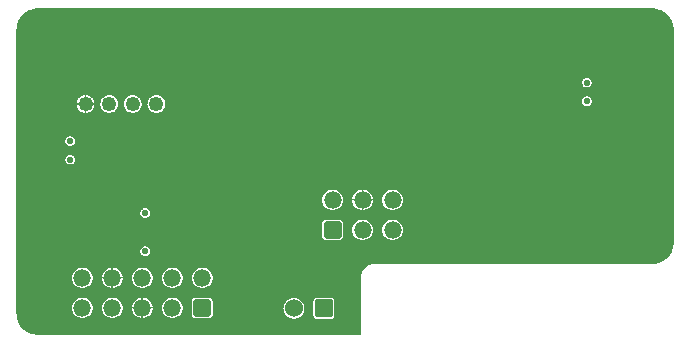
<source format=gbr>
%TF.GenerationSoftware,Altium Limited,Altium Designer,20.1.8 (145)*%
G04 Layer_Physical_Order=2*
G04 Layer_Color=36540*
%FSLAX45Y45*%
%MOMM*%
%TF.SameCoordinates,FD79255C-762C-4566-ADEE-39C3475191BA*%
%TF.FilePolarity,Positive*%
%TF.FileFunction,Copper,L2,Inr,Signal*%
%TF.Part,Single*%
G01*
G75*
%TA.AperFunction,ComponentPad*%
%ADD30C,1.50000*%
%ADD31C,1.25000*%
G04:AMPARAMS|DCode=32|XSize=1.5mm|YSize=1.45mm|CornerRadius=0.18125mm|HoleSize=0mm|Usage=FLASHONLY|Rotation=180.000|XOffset=0mm|YOffset=0mm|HoleType=Round|Shape=RoundedRectangle|*
%AMROUNDEDRECTD32*
21,1,1.50000,1.08750,0,0,180.0*
21,1,1.13750,1.45000,0,0,180.0*
1,1,0.36250,-0.56875,0.54375*
1,1,0.36250,0.56875,0.54375*
1,1,0.36250,0.56875,-0.54375*
1,1,0.36250,-0.56875,-0.54375*
%
%ADD32ROUNDEDRECTD32*%
%ADD33O,1.50000X1.45000*%
%TA.AperFunction,ViaPad*%
%ADD34C,3.60000*%
%TA.AperFunction,ComponentPad*%
%ADD35C,1.52400*%
G04:AMPARAMS|DCode=36|XSize=1.524mm|YSize=1.524mm|CornerRadius=0.1905mm|HoleSize=0mm|Usage=FLASHONLY|Rotation=180.000|XOffset=0mm|YOffset=0mm|HoleType=Round|Shape=RoundedRectangle|*
%AMROUNDEDRECTD36*
21,1,1.52400,1.14300,0,0,180.0*
21,1,1.14300,1.52400,0,0,180.0*
1,1,0.38100,-0.57150,0.57150*
1,1,0.38100,0.57150,0.57150*
1,1,0.38100,0.57150,-0.57150*
1,1,0.38100,-0.57150,-0.57150*
%
%ADD36ROUNDEDRECTD36*%
%TA.AperFunction,ViaPad*%
%ADD37C,0.56000*%
G36*
X200000Y2782065D02*
X5400001D01*
Y2782065D01*
X5417460Y2781291D01*
X5431639Y2779424D01*
X5447156Y2775984D01*
X5462315Y2771205D01*
X5476999Y2765122D01*
X5491097Y2757783D01*
X5504502Y2749243D01*
X5517112Y2739567D01*
X5528831Y2728829D01*
X5539569Y2717111D01*
X5549244Y2704501D01*
X5557784Y2691096D01*
X5565123Y2676998D01*
X5571206Y2662313D01*
X5575986Y2647155D01*
X5579426Y2631637D01*
X5581500Y2615879D01*
X5582162Y2600724D01*
X5582067Y2600000D01*
Y800000D01*
X5582162Y799276D01*
X5581500Y784121D01*
X5579426Y768363D01*
X5575986Y752845D01*
X5571206Y737686D01*
X5565123Y723002D01*
X5557784Y708903D01*
X5549244Y695498D01*
X5539568Y682888D01*
X5528830Y671170D01*
X5517112Y660432D01*
X5504502Y650756D01*
X5491097Y642216D01*
X5476998Y634877D01*
X5462314Y628794D01*
X5447155Y624015D01*
X5431638Y620575D01*
X5415879Y618500D01*
X5400725Y617838D01*
X5400000Y617934D01*
X3068580Y617933D01*
X3050800Y617966D01*
X3037592Y617225D01*
X3033595Y616545D01*
X3024550Y615008D01*
X3011838Y611346D01*
X2999617Y606284D01*
X2988038Y599885D01*
X2977250Y592230D01*
X2967386Y583415D01*
X2958571Y573551D01*
X2950916Y562762D01*
X2944517Y551184D01*
X2939454Y538962D01*
X2935792Y526250D01*
X2934255Y517206D01*
X2933575Y513209D01*
X2932834Y500000D01*
X2932867D01*
Y17933D01*
X200000D01*
X199276Y17838D01*
X184121Y18500D01*
X168363Y20574D01*
X152845Y24014D01*
X137686Y28794D01*
X123002Y34876D01*
X108903Y42216D01*
X95498Y50756D01*
X82888Y60432D01*
X71170Y71170D01*
X60432Y82888D01*
X50756Y95498D01*
X42216Y108903D01*
X34876Y123002D01*
X28794Y137686D01*
X24014Y152845D01*
X20574Y168363D01*
X18500Y184121D01*
X17846Y199100D01*
X17934Y199769D01*
X17933Y2600000D01*
X17838Y2600724D01*
X18500Y2615878D01*
X20574Y2631636D01*
X24014Y2647154D01*
X28794Y2662312D01*
X34876Y2676997D01*
X42216Y2691095D01*
X50756Y2704501D01*
X60432Y2717110D01*
X71170Y2728829D01*
X82888Y2739567D01*
X95498Y2749243D01*
X108903Y2757783D01*
X123002Y2765122D01*
X137686Y2771205D01*
X152845Y2775984D01*
X168363Y2779424D01*
X184121Y2781499D01*
X199276Y2782161D01*
X200000Y2782065D01*
D02*
G37*
%LPC*%
G36*
X4847818Y2194817D02*
X4839839Y2194031D01*
X4832167Y2191704D01*
X4825097Y2187925D01*
X4818899Y2182838D01*
X4813813Y2176641D01*
X4810034Y2169570D01*
X4807707Y2161899D01*
X4806921Y2153920D01*
X4807707Y2145941D01*
X4810034Y2138270D01*
X4813813Y2131199D01*
X4818899Y2125002D01*
X4825097Y2119915D01*
X4832167Y2116136D01*
X4839839Y2113809D01*
X4847818Y2113023D01*
X4855796Y2113809D01*
X4863468Y2116136D01*
X4870539Y2119915D01*
X4876736Y2125002D01*
X4881822Y2131199D01*
X4885601Y2138270D01*
X4887929Y2145941D01*
X4888714Y2153920D01*
X4887929Y2161899D01*
X4885601Y2169570D01*
X4881822Y2176641D01*
X4876736Y2182838D01*
X4870539Y2187925D01*
X4863468Y2191704D01*
X4855796Y2194031D01*
X4847818Y2194817D01*
D02*
G37*
G36*
X608990Y2048525D02*
Y1979930D01*
X677585D01*
X677357Y1983417D01*
X675433Y1993085D01*
X672265Y2002419D01*
X667905Y2011261D01*
X662428Y2019457D01*
X655928Y2026868D01*
X648517Y2033368D01*
X640321Y2038845D01*
X631479Y2043205D01*
X622145Y2046373D01*
X612477Y2048297D01*
X608990Y2048525D01*
D02*
G37*
G36*
X596290D02*
X592803Y2048297D01*
X583135Y2046373D01*
X573800Y2043205D01*
X564959Y2038845D01*
X556763Y2033368D01*
X549351Y2026868D01*
X542852Y2019457D01*
X537375Y2011261D01*
X533015Y2002419D01*
X529847Y1993085D01*
X527923Y1983417D01*
X527695Y1979930D01*
X596290D01*
Y2048525D01*
D02*
G37*
G36*
X4847818Y2037337D02*
X4839839Y2036551D01*
X4832167Y2034224D01*
X4825097Y2030445D01*
X4818899Y2025358D01*
X4813813Y2019161D01*
X4810034Y2012090D01*
X4807707Y2004419D01*
X4806921Y1996440D01*
X4807707Y1988461D01*
X4810034Y1980790D01*
X4813813Y1973719D01*
X4818899Y1967522D01*
X4825097Y1962435D01*
X4832167Y1958656D01*
X4839839Y1956329D01*
X4847818Y1955543D01*
X4855796Y1956329D01*
X4863468Y1958656D01*
X4870539Y1962435D01*
X4876736Y1967522D01*
X4881822Y1973719D01*
X4885601Y1980790D01*
X4887929Y1988461D01*
X4888714Y1996440D01*
X4887929Y2004419D01*
X4885601Y2012090D01*
X4881822Y2019161D01*
X4876736Y2025358D01*
X4870539Y2030445D01*
X4863468Y2034224D01*
X4855796Y2036551D01*
X4847818Y2037337D01*
D02*
G37*
G36*
X677585Y1967230D02*
X608990D01*
Y1898635D01*
X612477Y1898863D01*
X622145Y1900787D01*
X631479Y1903955D01*
X640321Y1908315D01*
X648517Y1913792D01*
X655928Y1920292D01*
X662428Y1927703D01*
X667905Y1935899D01*
X672265Y1944741D01*
X675433Y1954075D01*
X677357Y1963743D01*
X677585Y1967230D01*
D02*
G37*
G36*
X596290D02*
X527695D01*
X527923Y1963743D01*
X529847Y1954075D01*
X533015Y1944741D01*
X537375Y1935899D01*
X542852Y1927703D01*
X549351Y1920292D01*
X556763Y1913792D01*
X564959Y1908315D01*
X573800Y1903955D01*
X583135Y1900787D01*
X592803Y1898863D01*
X596290Y1898635D01*
Y1967230D01*
D02*
G37*
G36*
X1202640Y2048941D02*
X1192803Y2048297D01*
X1183135Y2046373D01*
X1173801Y2043205D01*
X1164959Y2038845D01*
X1156763Y2033368D01*
X1149352Y2026868D01*
X1142852Y2019457D01*
X1137375Y2011261D01*
X1133015Y2002419D01*
X1129847Y1993085D01*
X1127923Y1983417D01*
X1127279Y1973580D01*
X1127923Y1963743D01*
X1129847Y1954075D01*
X1133015Y1944741D01*
X1137375Y1935899D01*
X1142852Y1927703D01*
X1149352Y1920292D01*
X1156763Y1913792D01*
X1164959Y1908315D01*
X1173801Y1903955D01*
X1183135Y1900787D01*
X1192803Y1898863D01*
X1202640Y1898219D01*
X1212477Y1898863D01*
X1222145Y1900787D01*
X1231479Y1903955D01*
X1240321Y1908315D01*
X1248517Y1913792D01*
X1255928Y1920292D01*
X1262428Y1927703D01*
X1267905Y1935899D01*
X1272265Y1944741D01*
X1275433Y1954075D01*
X1277357Y1963743D01*
X1278001Y1973580D01*
X1277357Y1983417D01*
X1275433Y1993085D01*
X1272265Y2002419D01*
X1267905Y2011261D01*
X1262428Y2019457D01*
X1255928Y2026868D01*
X1248517Y2033368D01*
X1240321Y2038845D01*
X1231479Y2043205D01*
X1222145Y2046373D01*
X1212477Y2048297D01*
X1202640Y2048941D01*
D02*
G37*
G36*
X1002640D02*
X992803Y2048297D01*
X983135Y2046373D01*
X973800Y2043205D01*
X964959Y2038845D01*
X956763Y2033368D01*
X949351Y2026868D01*
X942852Y2019457D01*
X937375Y2011261D01*
X933015Y2002419D01*
X929847Y1993085D01*
X927923Y1983417D01*
X927279Y1973580D01*
X927923Y1963743D01*
X929847Y1954075D01*
X933015Y1944741D01*
X937375Y1935899D01*
X942852Y1927703D01*
X949351Y1920292D01*
X956763Y1913792D01*
X964959Y1908315D01*
X973800Y1903955D01*
X983135Y1900787D01*
X992803Y1898863D01*
X1002640Y1898219D01*
X1012477Y1898863D01*
X1022145Y1900787D01*
X1031479Y1903955D01*
X1040320Y1908315D01*
X1048517Y1913792D01*
X1055928Y1920292D01*
X1062428Y1927703D01*
X1067905Y1935899D01*
X1072265Y1944741D01*
X1075433Y1954075D01*
X1077356Y1963743D01*
X1078001Y1973580D01*
X1077356Y1983417D01*
X1075433Y1993085D01*
X1072265Y2002419D01*
X1067905Y2011261D01*
X1062428Y2019457D01*
X1055928Y2026868D01*
X1048517Y2033368D01*
X1040320Y2038845D01*
X1031479Y2043205D01*
X1022145Y2046373D01*
X1012477Y2048297D01*
X1002640Y2048941D01*
D02*
G37*
G36*
X802640D02*
X792803Y2048297D01*
X783135Y2046373D01*
X773801Y2043205D01*
X764959Y2038845D01*
X756763Y2033368D01*
X749352Y2026868D01*
X742852Y2019457D01*
X737375Y2011261D01*
X733015Y2002419D01*
X729847Y1993085D01*
X727923Y1983417D01*
X727279Y1973580D01*
X727923Y1963743D01*
X729847Y1954075D01*
X733015Y1944741D01*
X737375Y1935899D01*
X742852Y1927703D01*
X749352Y1920292D01*
X756763Y1913792D01*
X764959Y1908315D01*
X773801Y1903955D01*
X783135Y1900787D01*
X792803Y1898863D01*
X802640Y1898219D01*
X812477Y1898863D01*
X822145Y1900787D01*
X831479Y1903955D01*
X840321Y1908315D01*
X848517Y1913792D01*
X855928Y1920292D01*
X862428Y1927703D01*
X867905Y1935899D01*
X872265Y1944741D01*
X875433Y1954075D01*
X877357Y1963743D01*
X878001Y1973580D01*
X877357Y1983417D01*
X875433Y1993085D01*
X872265Y2002419D01*
X867905Y2011261D01*
X862428Y2019457D01*
X855928Y2026868D01*
X848517Y2033368D01*
X840321Y2038845D01*
X831479Y2043205D01*
X822145Y2046373D01*
X812477Y2048297D01*
X802640Y2048941D01*
D02*
G37*
G36*
X472782Y1699517D02*
X464804Y1698731D01*
X457132Y1696404D01*
X450061Y1692625D01*
X443864Y1687538D01*
X438778Y1681341D01*
X434999Y1674270D01*
X432671Y1666599D01*
X431886Y1658620D01*
X432671Y1650641D01*
X434999Y1642970D01*
X438778Y1635899D01*
X443864Y1629702D01*
X450061Y1624615D01*
X457132Y1620836D01*
X464804Y1618509D01*
X472782Y1617723D01*
X480761Y1618509D01*
X488433Y1620836D01*
X495503Y1624615D01*
X501701Y1629702D01*
X506787Y1635899D01*
X510566Y1642970D01*
X512893Y1650641D01*
X513679Y1658620D01*
X512893Y1666599D01*
X510566Y1674270D01*
X506787Y1681341D01*
X501701Y1687538D01*
X495503Y1692625D01*
X488433Y1696404D01*
X480761Y1698731D01*
X472782Y1699517D01*
D02*
G37*
G36*
Y1542037D02*
X464804Y1541251D01*
X457132Y1538924D01*
X450061Y1535145D01*
X443864Y1530058D01*
X438778Y1523861D01*
X434999Y1516790D01*
X432671Y1509119D01*
X431886Y1501140D01*
X432671Y1493161D01*
X434999Y1485490D01*
X438778Y1478419D01*
X443864Y1472222D01*
X450061Y1467135D01*
X457132Y1463356D01*
X464804Y1461029D01*
X472782Y1460243D01*
X480761Y1461029D01*
X488433Y1463356D01*
X495503Y1467135D01*
X501701Y1472222D01*
X506787Y1478419D01*
X510566Y1485490D01*
X512893Y1493161D01*
X513679Y1501140D01*
X512893Y1509119D01*
X510566Y1516790D01*
X506787Y1523861D01*
X501701Y1530058D01*
X495503Y1535145D01*
X488433Y1538924D01*
X480761Y1541251D01*
X472782Y1542037D01*
D02*
G37*
G36*
X2954149Y1247448D02*
Y1168667D01*
X3035265D01*
X3034951Y1173462D01*
X3032772Y1184416D01*
X3029182Y1194992D01*
X3024242Y1205009D01*
X3018037Y1214295D01*
X3010673Y1222692D01*
X3002276Y1230056D01*
X2992990Y1236261D01*
X2982973Y1241201D01*
X2972397Y1244791D01*
X2961443Y1246970D01*
X2954149Y1247448D01*
D02*
G37*
G36*
X2941449D02*
X2934154Y1246970D01*
X2923200Y1244791D01*
X2912624Y1241201D01*
X2902607Y1236261D01*
X2893321Y1230056D01*
X2884924Y1222692D01*
X2877560Y1214295D01*
X2871355Y1205009D01*
X2866415Y1194992D01*
X2862825Y1184416D01*
X2860647Y1173462D01*
X2860332Y1168667D01*
X2941449D01*
Y1247448D01*
D02*
G37*
G36*
X3035265Y1155967D02*
X2954149D01*
Y1077187D01*
X2961443Y1077665D01*
X2972397Y1079844D01*
X2982973Y1083434D01*
X2992990Y1088373D01*
X3002276Y1094578D01*
X3010673Y1101942D01*
X3018037Y1110339D01*
X3024242Y1119626D01*
X3029182Y1129643D01*
X3032772Y1140218D01*
X3034951Y1151172D01*
X3035265Y1155967D01*
D02*
G37*
G36*
X2941449D02*
X2860332D01*
X2860647Y1151172D01*
X2862825Y1140218D01*
X2866415Y1129643D01*
X2871355Y1119626D01*
X2877560Y1110339D01*
X2884924Y1101942D01*
X2893321Y1094578D01*
X2902607Y1088373D01*
X2912624Y1083434D01*
X2923200Y1079844D01*
X2934154Y1077665D01*
X2941449Y1077187D01*
Y1155967D01*
D02*
G37*
G36*
X3204299Y1247700D02*
X3199299D01*
X3188154Y1246970D01*
X3177200Y1244791D01*
X3166624Y1241201D01*
X3156607Y1236261D01*
X3147321Y1230056D01*
X3138924Y1222692D01*
X3131560Y1214295D01*
X3125355Y1205009D01*
X3120415Y1194992D01*
X3116825Y1184416D01*
X3114647Y1173462D01*
X3113916Y1162317D01*
X3114647Y1151173D01*
X3116825Y1140219D01*
X3120415Y1129643D01*
X3125355Y1119626D01*
X3131560Y1110340D01*
X3138924Y1101943D01*
X3147321Y1094579D01*
X3156607Y1088374D01*
X3166624Y1083434D01*
X3177200Y1079844D01*
X3188154Y1077665D01*
X3199299Y1076935D01*
X3204299D01*
X3215443Y1077665D01*
X3226397Y1079844D01*
X3236973Y1083434D01*
X3246990Y1088374D01*
X3256276Y1094579D01*
X3264673Y1101943D01*
X3272037Y1110340D01*
X3278242Y1119626D01*
X3283182Y1129643D01*
X3286772Y1140219D01*
X3288951Y1151173D01*
X3289682Y1162317D01*
X3288951Y1173462D01*
X3286772Y1184416D01*
X3283182Y1194992D01*
X3278242Y1205009D01*
X3272037Y1214295D01*
X3264673Y1222692D01*
X3256276Y1230056D01*
X3246990Y1236261D01*
X3236973Y1241201D01*
X3226397Y1244791D01*
X3215443Y1246970D01*
X3204299Y1247700D01*
D02*
G37*
G36*
X2696299D02*
X2691299D01*
X2680154Y1246970D01*
X2669200Y1244791D01*
X2658624Y1241201D01*
X2648607Y1236261D01*
X2639321Y1230056D01*
X2630924Y1222692D01*
X2623560Y1214295D01*
X2617355Y1205009D01*
X2612415Y1194992D01*
X2608825Y1184416D01*
X2606647Y1173462D01*
X2605916Y1162317D01*
X2606647Y1151173D01*
X2608825Y1140219D01*
X2612415Y1129643D01*
X2617355Y1119626D01*
X2623560Y1110340D01*
X2630924Y1101943D01*
X2639321Y1094579D01*
X2648607Y1088374D01*
X2658624Y1083434D01*
X2669200Y1079844D01*
X2680154Y1077665D01*
X2691299Y1076935D01*
X2696299D01*
X2707443Y1077665D01*
X2718397Y1079844D01*
X2728973Y1083434D01*
X2738990Y1088374D01*
X2748276Y1094579D01*
X2756673Y1101943D01*
X2764037Y1110340D01*
X2770242Y1119626D01*
X2775182Y1129643D01*
X2778772Y1140219D01*
X2780951Y1151173D01*
X2781682Y1162317D01*
X2780951Y1173462D01*
X2778772Y1184416D01*
X2775182Y1194992D01*
X2770242Y1205009D01*
X2764037Y1214295D01*
X2756673Y1222692D01*
X2748276Y1230056D01*
X2738990Y1236261D01*
X2728973Y1241201D01*
X2718397Y1244791D01*
X2707443Y1246970D01*
X2696299Y1247700D01*
D02*
G37*
G36*
X1108204Y1090803D02*
X1100226Y1090017D01*
X1092554Y1087690D01*
X1085483Y1083910D01*
X1079286Y1078824D01*
X1074200Y1072627D01*
X1070421Y1065556D01*
X1068093Y1057885D01*
X1067307Y1049906D01*
X1068093Y1041927D01*
X1070421Y1034255D01*
X1074200Y1027185D01*
X1079286Y1020988D01*
X1085483Y1015901D01*
X1092554Y1012122D01*
X1100226Y1009795D01*
X1108204Y1009009D01*
X1116183Y1009795D01*
X1123855Y1012122D01*
X1130925Y1015901D01*
X1137123Y1020988D01*
X1142209Y1027185D01*
X1145988Y1034255D01*
X1148315Y1041927D01*
X1149101Y1049906D01*
X1148315Y1057885D01*
X1145988Y1065556D01*
X1142209Y1072627D01*
X1137123Y1078824D01*
X1130925Y1083910D01*
X1123855Y1087690D01*
X1116183Y1090017D01*
X1108204Y1090803D01*
D02*
G37*
G36*
X2750674Y993667D02*
X2636924D01*
X2630881Y993071D01*
X2625071Y991309D01*
X2619716Y988447D01*
X2615022Y984594D01*
X2611170Y979901D01*
X2608308Y974546D01*
X2606545Y968735D01*
X2605950Y962693D01*
Y853942D01*
X2606545Y847900D01*
X2608308Y842089D01*
X2611170Y836734D01*
X2615022Y832041D01*
X2619716Y828188D01*
X2625071Y825326D01*
X2630881Y823564D01*
X2636924Y822968D01*
X2750674D01*
X2756716Y823564D01*
X2762527Y825326D01*
X2767882Y828188D01*
X2772576Y832041D01*
X2776428Y836734D01*
X2779290Y842089D01*
X2781053Y847900D01*
X2781648Y853942D01*
Y962693D01*
X2781053Y968735D01*
X2779290Y974546D01*
X2776428Y979901D01*
X2772576Y984594D01*
X2767882Y988447D01*
X2762527Y991309D01*
X2756716Y993071D01*
X2750674Y993667D01*
D02*
G37*
G36*
X2950299Y993701D02*
X2945299D01*
X2934154Y992970D01*
X2923200Y990791D01*
X2912624Y987201D01*
X2902607Y982261D01*
X2893321Y976056D01*
X2884924Y968693D01*
X2877560Y960296D01*
X2871355Y951009D01*
X2866415Y940992D01*
X2862825Y930416D01*
X2860647Y919462D01*
X2859916Y908318D01*
X2860647Y897173D01*
X2862825Y886219D01*
X2866415Y875643D01*
X2871355Y865626D01*
X2877560Y856340D01*
X2884924Y847943D01*
X2893321Y840579D01*
X2902607Y834374D01*
X2912624Y829434D01*
X2923200Y825844D01*
X2934154Y823665D01*
X2945299Y822935D01*
X2950299D01*
X2961443Y823665D01*
X2972397Y825844D01*
X2982973Y829434D01*
X2992990Y834374D01*
X3002276Y840579D01*
X3010673Y847943D01*
X3018037Y856340D01*
X3024242Y865626D01*
X3029182Y875643D01*
X3032772Y886219D01*
X3034951Y897173D01*
X3035682Y908318D01*
X3034951Y919462D01*
X3032772Y930416D01*
X3029182Y940992D01*
X3024242Y951009D01*
X3018037Y960296D01*
X3010673Y968693D01*
X3002276Y976056D01*
X2992990Y982261D01*
X2982973Y987201D01*
X2972397Y990791D01*
X2961443Y992970D01*
X2950299Y993701D01*
D02*
G37*
G36*
X3204299Y993700D02*
X3199299D01*
X3188154Y992970D01*
X3177200Y990791D01*
X3166624Y987201D01*
X3156607Y982261D01*
X3147321Y976056D01*
X3138924Y968692D01*
X3131560Y960295D01*
X3125355Y951009D01*
X3120415Y940992D01*
X3116825Y930416D01*
X3114647Y919462D01*
X3113916Y908317D01*
X3114647Y897173D01*
X3116825Y886219D01*
X3120415Y875643D01*
X3125355Y865626D01*
X3131560Y856340D01*
X3138924Y847943D01*
X3147321Y840579D01*
X3156607Y834374D01*
X3166624Y829434D01*
X3177200Y825844D01*
X3188154Y823665D01*
X3199299Y822935D01*
X3204299D01*
X3215443Y823665D01*
X3226397Y825844D01*
X3236973Y829434D01*
X3246990Y834374D01*
X3256276Y840579D01*
X3264673Y847943D01*
X3272037Y856340D01*
X3278242Y865626D01*
X3283182Y875643D01*
X3286772Y886219D01*
X3288951Y897173D01*
X3289682Y908317D01*
X3288951Y919462D01*
X3286772Y930416D01*
X3283182Y940992D01*
X3278242Y951009D01*
X3272037Y960295D01*
X3264673Y968692D01*
X3256276Y976056D01*
X3246990Y982261D01*
X3236973Y987201D01*
X3226397Y990791D01*
X3215443Y992970D01*
X3204299Y993700D01*
D02*
G37*
G36*
X1108204Y766671D02*
X1100226Y765885D01*
X1092554Y763558D01*
X1085483Y759779D01*
X1079286Y754693D01*
X1074200Y748496D01*
X1070421Y741425D01*
X1068093Y733753D01*
X1067307Y725775D01*
X1068093Y717796D01*
X1070421Y710124D01*
X1074200Y703053D01*
X1079286Y696856D01*
X1085483Y691770D01*
X1092554Y687991D01*
X1100226Y685664D01*
X1108204Y684878D01*
X1116183Y685664D01*
X1123855Y687991D01*
X1130925Y691770D01*
X1137123Y696856D01*
X1142209Y703053D01*
X1145988Y710124D01*
X1148315Y717796D01*
X1149101Y725775D01*
X1148315Y733753D01*
X1145988Y741425D01*
X1142209Y748496D01*
X1137123Y754693D01*
X1130925Y759779D01*
X1123855Y763558D01*
X1116183Y765885D01*
X1108204Y766671D01*
D02*
G37*
G36*
X835154Y586590D02*
Y507810D01*
X916271D01*
X915957Y512605D01*
X913778Y523559D01*
X910188Y534135D01*
X905248Y544151D01*
X899043Y553438D01*
X891679Y561835D01*
X883282Y569199D01*
X873996Y575404D01*
X863979Y580344D01*
X853403Y583934D01*
X842449Y586112D01*
X835154Y586590D01*
D02*
G37*
G36*
X822454D02*
X815160Y586112D01*
X804206Y583934D01*
X793630Y580344D01*
X783613Y575404D01*
X774327Y569199D01*
X765930Y561835D01*
X758566Y553438D01*
X752361Y544151D01*
X747421Y534135D01*
X743831Y523559D01*
X741652Y512605D01*
X741338Y507810D01*
X822454D01*
Y586590D01*
D02*
G37*
G36*
X916271Y495110D02*
X835154D01*
Y416330D01*
X842449Y416808D01*
X853403Y418986D01*
X863979Y422576D01*
X873996Y427516D01*
X883282Y433721D01*
X891679Y441085D01*
X899043Y449482D01*
X905248Y458769D01*
X910188Y468785D01*
X913778Y479361D01*
X915957Y490315D01*
X916271Y495110D01*
D02*
G37*
G36*
X822454D02*
X741338D01*
X741652Y490315D01*
X743831Y479361D01*
X747421Y468785D01*
X752361Y458769D01*
X758566Y449482D01*
X765930Y441085D01*
X774327Y433721D01*
X783613Y427516D01*
X793630Y422576D01*
X804206Y418986D01*
X815160Y416808D01*
X822454Y416330D01*
Y495110D01*
D02*
G37*
G36*
X1593304Y586843D02*
X1588304D01*
X1577160Y586112D01*
X1566206Y583934D01*
X1555630Y580344D01*
X1545613Y575404D01*
X1536327Y569199D01*
X1527930Y561835D01*
X1520566Y553438D01*
X1514361Y544151D01*
X1509421Y534135D01*
X1505831Y523559D01*
X1503652Y512605D01*
X1502922Y501460D01*
X1503652Y490315D01*
X1505831Y479361D01*
X1509421Y468785D01*
X1514361Y458769D01*
X1520566Y449482D01*
X1527930Y441085D01*
X1536327Y433721D01*
X1545613Y427516D01*
X1555630Y422576D01*
X1566206Y418986D01*
X1577160Y416808D01*
X1588304Y416077D01*
X1593304D01*
X1604449Y416808D01*
X1615403Y418986D01*
X1625979Y422576D01*
X1635996Y427516D01*
X1645282Y433721D01*
X1653679Y441085D01*
X1661043Y449482D01*
X1667248Y458769D01*
X1672188Y468785D01*
X1675778Y479361D01*
X1677957Y490315D01*
X1678687Y501460D01*
X1677957Y512605D01*
X1675778Y523559D01*
X1672188Y534135D01*
X1667248Y544151D01*
X1661043Y553438D01*
X1653679Y561835D01*
X1645282Y569199D01*
X1635996Y575404D01*
X1625979Y580344D01*
X1615403Y583934D01*
X1604449Y586112D01*
X1593304Y586843D01*
D02*
G37*
G36*
X1339304D02*
X1334304D01*
X1323160Y586112D01*
X1312206Y583934D01*
X1301630Y580344D01*
X1291613Y575404D01*
X1282327Y569199D01*
X1273930Y561835D01*
X1266566Y553438D01*
X1260361Y544151D01*
X1255421Y534135D01*
X1251831Y523559D01*
X1249652Y512605D01*
X1248922Y501460D01*
X1249652Y490315D01*
X1251831Y479361D01*
X1255421Y468785D01*
X1260361Y458769D01*
X1266566Y449482D01*
X1273930Y441085D01*
X1282327Y433721D01*
X1291613Y427516D01*
X1301630Y422576D01*
X1312206Y418986D01*
X1323160Y416808D01*
X1334304Y416077D01*
X1339304D01*
X1350449Y416808D01*
X1361403Y418986D01*
X1371979Y422576D01*
X1381996Y427516D01*
X1391282Y433721D01*
X1399679Y441085D01*
X1407043Y449482D01*
X1413248Y458769D01*
X1418188Y468785D01*
X1421778Y479361D01*
X1423957Y490315D01*
X1424687Y501460D01*
X1423957Y512605D01*
X1421778Y523559D01*
X1418188Y534135D01*
X1413248Y544151D01*
X1407043Y553438D01*
X1399679Y561835D01*
X1391282Y569199D01*
X1381996Y575404D01*
X1371979Y580344D01*
X1361403Y583934D01*
X1350449Y586112D01*
X1339304Y586843D01*
D02*
G37*
G36*
X1085304D02*
X1080304D01*
X1069160Y586112D01*
X1058206Y583934D01*
X1047630Y580344D01*
X1037613Y575404D01*
X1028327Y569199D01*
X1019930Y561835D01*
X1012566Y553438D01*
X1006361Y544151D01*
X1001421Y534135D01*
X997831Y523559D01*
X995652Y512605D01*
X994922Y501460D01*
X995652Y490315D01*
X997831Y479361D01*
X1001421Y468785D01*
X1006361Y458769D01*
X1012566Y449482D01*
X1019930Y441085D01*
X1028327Y433721D01*
X1037613Y427516D01*
X1047630Y422576D01*
X1058206Y418986D01*
X1069160Y416808D01*
X1080304Y416077D01*
X1085304D01*
X1096449Y416808D01*
X1107403Y418986D01*
X1117979Y422576D01*
X1127996Y427516D01*
X1137282Y433721D01*
X1145679Y441085D01*
X1153043Y449482D01*
X1159248Y458769D01*
X1164188Y468785D01*
X1167778Y479361D01*
X1169957Y490315D01*
X1170687Y501460D01*
X1169957Y512605D01*
X1167778Y523559D01*
X1164188Y534135D01*
X1159248Y544151D01*
X1153043Y553438D01*
X1145679Y561835D01*
X1137282Y569199D01*
X1127996Y575404D01*
X1117979Y580344D01*
X1107403Y583934D01*
X1096449Y586112D01*
X1085304Y586843D01*
D02*
G37*
G36*
X577304D02*
X572304D01*
X561160Y586112D01*
X550206Y583934D01*
X539630Y580344D01*
X529613Y575404D01*
X520327Y569199D01*
X511930Y561835D01*
X504566Y553438D01*
X498361Y544151D01*
X493421Y534135D01*
X489831Y523559D01*
X487652Y512605D01*
X486922Y501460D01*
X487652Y490315D01*
X489831Y479361D01*
X493421Y468785D01*
X498361Y458769D01*
X504566Y449482D01*
X511930Y441085D01*
X520327Y433721D01*
X529613Y427516D01*
X539630Y422576D01*
X550206Y418986D01*
X561160Y416808D01*
X572304Y416077D01*
X577304D01*
X588449Y416808D01*
X599403Y418986D01*
X609979Y422576D01*
X619996Y427516D01*
X629282Y433721D01*
X637679Y441085D01*
X645043Y449482D01*
X651248Y458769D01*
X656188Y468785D01*
X659778Y479361D01*
X661957Y490315D01*
X662687Y501460D01*
X661957Y512605D01*
X659778Y523559D01*
X656188Y534135D01*
X651248Y544151D01*
X645043Y553438D01*
X637679Y561835D01*
X629282Y569199D01*
X619996Y575404D01*
X609979Y580344D01*
X599403Y583934D01*
X588449Y586112D01*
X577304Y586843D01*
D02*
G37*
G36*
X1089154Y332590D02*
Y253810D01*
X1170271D01*
X1169957Y258605D01*
X1167778Y269559D01*
X1164188Y280135D01*
X1159248Y290151D01*
X1153043Y299438D01*
X1145679Y307835D01*
X1137282Y315199D01*
X1127996Y321404D01*
X1117979Y326344D01*
X1107403Y329934D01*
X1096449Y332112D01*
X1089154Y332590D01*
D02*
G37*
G36*
X1076454D02*
X1069160Y332112D01*
X1058206Y329934D01*
X1047630Y326344D01*
X1037613Y321404D01*
X1028327Y315199D01*
X1019930Y307835D01*
X1012566Y299438D01*
X1006361Y290151D01*
X1001421Y280135D01*
X997831Y269559D01*
X995652Y258605D01*
X995338Y253810D01*
X1076454D01*
Y332590D01*
D02*
G37*
G36*
X1170271Y241110D02*
X1089154D01*
Y162330D01*
X1096449Y162808D01*
X1107403Y164986D01*
X1117979Y168576D01*
X1127996Y173516D01*
X1137282Y179721D01*
X1145679Y187085D01*
X1153043Y195482D01*
X1159248Y204769D01*
X1164188Y214785D01*
X1167778Y225361D01*
X1169957Y236315D01*
X1170271Y241110D01*
D02*
G37*
G36*
X1076454D02*
X995338D01*
X995652Y236315D01*
X997831Y225361D01*
X1001421Y214785D01*
X1006361Y204769D01*
X1012566Y195482D01*
X1019930Y187085D01*
X1028327Y179721D01*
X1037613Y173516D01*
X1047630Y168576D01*
X1058206Y164986D01*
X1069160Y162808D01*
X1076454Y162330D01*
Y241110D01*
D02*
G37*
G36*
X1647679Y332809D02*
X1533929D01*
X1527887Y332214D01*
X1522076Y330451D01*
X1516721Y327589D01*
X1512027Y323737D01*
X1508175Y319043D01*
X1505313Y313688D01*
X1503550Y307878D01*
X1502955Y301835D01*
Y193085D01*
X1503550Y187042D01*
X1505313Y181232D01*
X1508175Y175877D01*
X1512027Y171183D01*
X1516721Y167331D01*
X1522076Y164469D01*
X1527887Y162706D01*
X1533929Y162111D01*
X1647679D01*
X1653722Y162706D01*
X1659532Y164469D01*
X1664887Y167331D01*
X1669581Y171183D01*
X1673433Y175877D01*
X1676295Y181232D01*
X1678058Y187042D01*
X1678653Y193085D01*
Y301835D01*
X1678058Y307878D01*
X1676295Y313688D01*
X1673433Y319043D01*
X1669581Y323737D01*
X1664887Y327589D01*
X1659532Y330451D01*
X1653722Y332214D01*
X1647679Y332809D01*
D02*
G37*
G36*
X1339304Y332843D02*
X1334304D01*
X1323160Y332112D01*
X1312206Y329934D01*
X1301630Y326344D01*
X1291613Y321404D01*
X1282327Y315199D01*
X1273930Y307835D01*
X1266566Y299438D01*
X1260361Y290151D01*
X1255421Y280135D01*
X1251831Y269559D01*
X1249652Y258605D01*
X1248922Y247460D01*
X1249652Y236315D01*
X1251831Y225361D01*
X1255421Y214785D01*
X1260361Y204769D01*
X1266566Y195482D01*
X1273930Y187085D01*
X1282327Y179721D01*
X1291613Y173516D01*
X1301630Y168576D01*
X1312206Y164986D01*
X1323160Y162808D01*
X1334304Y162077D01*
X1339304D01*
X1350449Y162808D01*
X1361403Y164986D01*
X1371979Y168576D01*
X1381996Y173516D01*
X1391282Y179721D01*
X1399679Y187085D01*
X1407043Y195482D01*
X1413248Y204769D01*
X1418188Y214785D01*
X1421778Y225361D01*
X1423957Y236315D01*
X1424687Y247460D01*
X1423957Y258605D01*
X1421778Y269559D01*
X1418188Y280135D01*
X1413248Y290151D01*
X1407043Y299438D01*
X1399679Y307835D01*
X1391282Y315199D01*
X1381996Y321404D01*
X1371979Y326344D01*
X1361403Y329934D01*
X1350449Y332112D01*
X1339304Y332843D01*
D02*
G37*
G36*
X831304D02*
X826304D01*
X815160Y332112D01*
X804206Y329934D01*
X793630Y326344D01*
X783613Y321404D01*
X774327Y315199D01*
X765930Y307835D01*
X758566Y299438D01*
X752361Y290151D01*
X747421Y280135D01*
X743831Y269559D01*
X741652Y258605D01*
X740922Y247460D01*
X741652Y236315D01*
X743831Y225361D01*
X747421Y214785D01*
X752361Y204769D01*
X758566Y195482D01*
X765930Y187085D01*
X774327Y179721D01*
X783613Y173516D01*
X793630Y168576D01*
X804206Y164986D01*
X815160Y162808D01*
X826304Y162077D01*
X831304D01*
X842449Y162808D01*
X853403Y164986D01*
X863979Y168576D01*
X873996Y173516D01*
X883282Y179721D01*
X891679Y187085D01*
X899043Y195482D01*
X905248Y204769D01*
X910188Y214785D01*
X913778Y225361D01*
X915957Y236315D01*
X916687Y247460D01*
X915957Y258605D01*
X913778Y269559D01*
X910188Y280135D01*
X905248Y290151D01*
X899043Y299438D01*
X891679Y307835D01*
X883282Y315199D01*
X873996Y321404D01*
X863979Y326344D01*
X853403Y329934D01*
X842449Y332112D01*
X831304Y332843D01*
D02*
G37*
G36*
X577304D02*
X572304D01*
X561160Y332112D01*
X550206Y329934D01*
X539630Y326344D01*
X529613Y321404D01*
X520327Y315199D01*
X511930Y307835D01*
X504566Y299438D01*
X498361Y290151D01*
X493421Y280135D01*
X489831Y269559D01*
X487652Y258605D01*
X486922Y247460D01*
X487652Y236315D01*
X489831Y225361D01*
X493421Y214785D01*
X498361Y204769D01*
X504566Y195482D01*
X511930Y187085D01*
X520327Y179721D01*
X529613Y173516D01*
X539630Y168576D01*
X550206Y164986D01*
X561160Y162808D01*
X572304Y162077D01*
X577304D01*
X588449Y162808D01*
X599403Y164986D01*
X609979Y168576D01*
X619996Y173516D01*
X629282Y179721D01*
X637679Y187085D01*
X645043Y195482D01*
X651248Y204769D01*
X656188Y214785D01*
X659778Y225361D01*
X661957Y236315D01*
X662687Y247460D01*
X661957Y258605D01*
X659778Y269559D01*
X656188Y280135D01*
X651248Y290151D01*
X645043Y299438D01*
X637679Y307835D01*
X629282Y315199D01*
X619996Y321404D01*
X609979Y326344D01*
X599403Y329934D01*
X588449Y332112D01*
X577304Y332843D01*
D02*
G37*
G36*
X2678430Y331624D02*
X2564130D01*
X2557906Y331011D01*
X2551921Y329195D01*
X2546406Y326247D01*
X2541571Y322279D01*
X2537603Y317445D01*
X2534655Y311929D01*
X2532839Y305944D01*
X2532227Y299720D01*
Y185420D01*
X2532839Y179196D01*
X2534655Y173211D01*
X2537603Y167695D01*
X2541571Y162861D01*
X2546406Y158893D01*
X2551921Y155945D01*
X2557906Y154129D01*
X2564130Y153516D01*
X2678430D01*
X2684654Y154129D01*
X2690639Y155945D01*
X2696155Y158893D01*
X2700990Y162861D01*
X2704957Y167695D01*
X2707905Y173211D01*
X2709721Y179196D01*
X2710334Y185420D01*
Y299720D01*
X2709721Y305944D01*
X2707905Y311929D01*
X2704957Y317445D01*
X2700990Y322279D01*
X2696155Y326247D01*
X2690639Y329195D01*
X2684654Y331011D01*
X2678430Y331624D01*
D02*
G37*
G36*
X2367280Y331661D02*
X2355652Y330898D01*
X2344222Y328625D01*
X2333187Y324879D01*
X2322735Y319725D01*
X2313045Y313250D01*
X2304284Y305567D01*
X2296600Y296805D01*
X2290125Y287116D01*
X2284971Y276664D01*
X2281225Y265628D01*
X2278952Y254199D01*
X2278189Y242570D01*
X2278952Y230941D01*
X2281225Y219512D01*
X2284971Y208476D01*
X2290125Y198024D01*
X2296600Y188335D01*
X2304284Y179573D01*
X2313045Y171890D01*
X2322735Y165415D01*
X2333187Y160261D01*
X2344222Y156515D01*
X2355652Y154241D01*
X2367280Y153479D01*
X2378909Y154241D01*
X2390339Y156515D01*
X2401374Y160261D01*
X2411826Y165415D01*
X2421515Y171890D01*
X2430277Y179573D01*
X2437961Y188335D01*
X2444435Y198024D01*
X2449589Y208476D01*
X2453335Y219512D01*
X2455609Y230941D01*
X2456371Y242570D01*
X2455609Y254199D01*
X2453335Y265628D01*
X2449589Y276664D01*
X2444435Y287116D01*
X2437961Y296805D01*
X2430277Y305567D01*
X2421515Y313250D01*
X2411826Y319725D01*
X2401374Y324879D01*
X2390339Y328625D01*
X2378909Y330898D01*
X2367280Y331661D01*
D02*
G37*
%LPD*%
D30*
X5461000Y1143000D02*
D03*
Y889000D02*
D03*
X127000Y2286000D02*
D03*
Y2032000D02*
D03*
Y508000D02*
D03*
Y762000D02*
D03*
X2921000Y2667000D02*
D03*
X3175000D02*
D03*
X5461000Y2032000D02*
D03*
Y1778000D02*
D03*
D31*
X1202640Y1973580D02*
D03*
X1002640D02*
D03*
X802640D02*
D03*
X602640D02*
D03*
D32*
X1590804Y247460D02*
D03*
X2693799Y908317D02*
D03*
D33*
X1336804Y247460D02*
D03*
X1082804D02*
D03*
X828804D02*
D03*
X574804D02*
D03*
Y501460D02*
D03*
X828804D02*
D03*
X1082804D02*
D03*
X1336804D02*
D03*
X1590804D02*
D03*
X2947799Y908318D02*
D03*
X3201799Y908317D02*
D03*
Y1162317D02*
D03*
X2947799Y1162317D02*
D03*
X2693799Y1162317D02*
D03*
D34*
X200000Y200000D02*
D03*
Y2600000D02*
D03*
X5400000D02*
D03*
D35*
X2367280Y242570D02*
D03*
D36*
X2621280D02*
D03*
D37*
X504029Y1719802D02*
D03*
X577988Y1573833D02*
D03*
X538293Y1480450D02*
D03*
X458354Y1390742D02*
D03*
X2488166Y1108456D02*
D03*
X710878Y2754219D02*
D03*
X2905020Y417584D02*
D03*
Y45780D02*
D03*
X3041334Y1632838D02*
D03*
X2353172Y1309553D02*
D03*
X2488166Y1210176D02*
D03*
X2054502Y1584900D02*
D03*
X1682059Y1582360D02*
D03*
X3368777Y1926439D02*
D03*
X3042124Y1536198D02*
D03*
X3328967Y1813478D02*
D03*
X3103723Y1961598D02*
D03*
X3041334Y1899209D02*
D03*
X382481Y947711D02*
D03*
X393480Y1207075D02*
D03*
X604391Y1241134D02*
D03*
X670723Y1307880D02*
D03*
X841930Y1269749D02*
D03*
X913963Y1064638D02*
D03*
X642602Y1714307D02*
D03*
X1356250Y1681990D02*
D03*
X2357484Y1815642D02*
D03*
X2833639Y889706D02*
D03*
X3411534Y1172437D02*
D03*
X3371317Y1265297D02*
D03*
X3401423Y1383903D02*
D03*
X3307323Y1408773D02*
D03*
X3401423Y1584563D02*
D03*
X3119830Y1242934D02*
D03*
X3357424Y1075149D02*
D03*
X3124041Y992878D02*
D03*
X3130696Y818274D02*
D03*
X3272902D02*
D03*
X3049698Y739880D02*
D03*
X3341203D02*
D03*
X5547360Y1447800D02*
D03*
X675881Y980440D02*
D03*
X398723Y623960D02*
D03*
X510200Y139880D02*
D03*
X1471930D02*
D03*
X894284Y45780D02*
D03*
X965558Y107581D02*
D03*
X3700999Y2593176D02*
D03*
X4986977Y2549702D02*
D03*
X3627020Y2652275D02*
D03*
X2273195Y1924179D02*
D03*
X2273996Y1865231D02*
D03*
X2335416Y1616990D02*
D03*
X2347742Y1711090D02*
D03*
X45780Y1221740D02*
D03*
X2418240Y1517125D02*
D03*
X2714640Y1517758D02*
D03*
Y1638409D02*
D03*
Y1771486D02*
D03*
X2714639Y1904562D02*
D03*
X2418240Y1954000D02*
D03*
X2273117Y1546212D02*
D03*
X3335859Y2439917D02*
D03*
X3260606Y2501104D02*
D03*
X45780Y1652177D02*
D03*
X341335Y1126143D02*
D03*
X334982Y1390957D02*
D03*
X398723Y384785D02*
D03*
X1864040Y618160D02*
D03*
X1162072Y584653D02*
D03*
X1001030Y760202D02*
D03*
X1413980Y616466D02*
D03*
X5486400Y690880D02*
D03*
X472782Y1658620D02*
D03*
Y1501140D02*
D03*
X226683Y1402080D02*
D03*
X2651678Y2125980D02*
D03*
X3368776Y2278169D02*
D03*
X2484120Y2753995D02*
D03*
X3700716Y2418140D02*
D03*
X1757060Y891981D02*
D03*
X1326030Y1345203D02*
D03*
X672088Y1569646D02*
D03*
X942740Y1766456D02*
D03*
X1682059Y1485720D02*
D03*
X1681697Y1876990D02*
D03*
Y1971090D02*
D03*
X1464711Y2236850D02*
D03*
X1633709D02*
D03*
X1549210Y2323574D02*
D03*
X1811679Y2125980D02*
D03*
X1155505Y978645D02*
D03*
X4908881Y2122019D02*
D03*
Y2027919D02*
D03*
X4786754D02*
D03*
X4786973Y2122019D02*
D03*
X4847818Y1996440D02*
D03*
Y2153920D02*
D03*
X4910877Y1680330D02*
D03*
X776930Y1561397D02*
D03*
X1167664Y760186D02*
D03*
X4892877Y2412200D02*
D03*
X2227226Y1264920D02*
D03*
X2139926Y1159316D02*
D03*
X2227226Y1054100D02*
D03*
X2088661Y1286679D02*
D03*
X2053011Y1370499D02*
D03*
X2164861Y1452868D02*
D03*
X5547360Y2275629D02*
D03*
X5462712Y2170994D02*
D03*
X5222277Y2080260D02*
D03*
X5195473Y2177405D02*
D03*
X1501144Y700914D02*
D03*
X1413375Y782983D02*
D03*
X1931692Y226060D02*
D03*
X2104267Y225860D02*
D03*
X1108204Y1049906D02*
D03*
X2853538Y662045D02*
D03*
X4985034Y2371330D02*
D03*
X936030Y1345203D02*
D03*
X2163600Y1988820D02*
D03*
X2761580Y653579D02*
D03*
X2688997Y724360D02*
D03*
X1992492Y336199D02*
D03*
X1864396Y426900D02*
D03*
X2072585D02*
D03*
X757338Y757621D02*
D03*
X1852380Y1286679D02*
D03*
X1928580Y1452880D02*
D03*
X1988820Y1369780D02*
D03*
X1463283Y1524553D02*
D03*
X3368777Y2104509D02*
D03*
X1002345Y1692985D02*
D03*
X1413107Y1776090D02*
D03*
X1458572Y45780D02*
D03*
X2437980Y638660D02*
D03*
Y559020D02*
D03*
X2562860D02*
D03*
Y638660D02*
D03*
X2437980Y717144D02*
D03*
X2562860D02*
D03*
X2500880Y559020D02*
D03*
Y717144D02*
D03*
X841930Y709136D02*
D03*
X1424304Y1616967D02*
D03*
X1108204Y725775D02*
D03*
X3680176Y2104509D02*
D03*
X1148553Y1565478D02*
D03*
X1069216Y1623848D02*
D03*
X1462901Y1859373D02*
D03*
X5089128Y645780D02*
D03*
X4395820D02*
D03*
X3702512D02*
D03*
X3009204D02*
D03*
X3773022Y2318209D02*
D03*
X2054005Y1924179D02*
D03*
X906930Y1561397D02*
D03*
X920920Y970539D02*
D03*
X3680931Y2753995D02*
D03*
X3679482Y2278169D02*
D03*
X4620214Y2753995D02*
D03*
X2169160Y45780D02*
D03*
X1548883Y2753995D02*
D03*
X3523811Y2373519D02*
D03*
%TF.MD5,39d2a03e5cca00b7420d3812c3f1a07a*%
M02*

</source>
